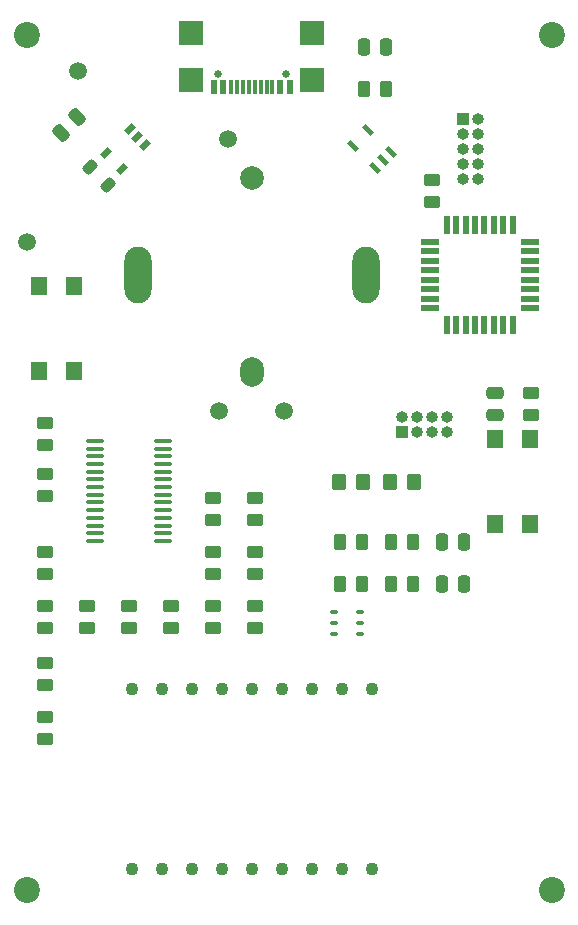
<source format=gts>
%TF.GenerationSoftware,KiCad,Pcbnew,(6.0.2)*%
%TF.CreationDate,2022-04-01T16:02:15+02:00*%
%TF.ProjectId,rotarykeyboard,726f7461-7279-46b6-9579-626f6172642e,rev?*%
%TF.SameCoordinates,Original*%
%TF.FileFunction,Soldermask,Top*%
%TF.FilePolarity,Negative*%
%FSLAX46Y46*%
G04 Gerber Fmt 4.6, Leading zero omitted, Abs format (unit mm)*
G04 Created by KiCad (PCBNEW (6.0.2)) date 2022-04-01 16:02:15*
%MOMM*%
%LPD*%
G01*
G04 APERTURE LIST*
G04 Aperture macros list*
%AMRoundRect*
0 Rectangle with rounded corners*
0 $1 Rounding radius*
0 $2 $3 $4 $5 $6 $7 $8 $9 X,Y pos of 4 corners*
0 Add a 4 corners polygon primitive as box body*
4,1,4,$2,$3,$4,$5,$6,$7,$8,$9,$2,$3,0*
0 Add four circle primitives for the rounded corners*
1,1,$1+$1,$2,$3*
1,1,$1+$1,$4,$5*
1,1,$1+$1,$6,$7*
1,1,$1+$1,$8,$9*
0 Add four rect primitives between the rounded corners*
20,1,$1+$1,$2,$3,$4,$5,0*
20,1,$1+$1,$4,$5,$6,$7,0*
20,1,$1+$1,$6,$7,$8,$9,0*
20,1,$1+$1,$8,$9,$2,$3,0*%
%AMRotRect*
0 Rectangle, with rotation*
0 The origin of the aperture is its center*
0 $1 length*
0 $2 width*
0 $3 Rotation angle, in degrees counterclockwise*
0 Add horizontal line*
21,1,$1,$2,0,0,$3*%
G04 Aperture macros list end*
%ADD10RoundRect,0.250000X-0.450000X0.262500X-0.450000X-0.262500X0.450000X-0.262500X0.450000X0.262500X0*%
%ADD11RoundRect,0.250000X-0.475000X0.250000X-0.475000X-0.250000X0.475000X-0.250000X0.475000X0.250000X0*%
%ADD12RoundRect,0.250000X-0.250000X-0.475000X0.250000X-0.475000X0.250000X0.475000X-0.250000X0.475000X0*%
%ADD13C,0.660400*%
%ADD14R,0.609600X1.143000*%
%ADD15R,0.304800X1.143000*%
%ADD16R,2.159000X2.006600*%
%ADD17C,1.500000*%
%ADD18RoundRect,0.218750X0.424264X0.114905X0.114905X0.424264X-0.424264X-0.114905X-0.114905X-0.424264X0*%
%ADD19RoundRect,0.250000X0.159099X-0.512652X0.512652X-0.159099X-0.159099X0.512652X-0.512652X0.159099X0*%
%ADD20C,2.200000*%
%ADD21C,2.000000*%
%ADD22O,2.300000X4.800000*%
%ADD23O,2.000000X2.500000*%
%ADD24RoundRect,0.250000X-0.262500X-0.450000X0.262500X-0.450000X0.262500X0.450000X-0.262500X0.450000X0*%
%ADD25R,1.000000X1.000000*%
%ADD26O,1.000000X1.000000*%
%ADD27RoundRect,0.250000X0.350000X0.450000X-0.350000X0.450000X-0.350000X-0.450000X0.350000X-0.450000X0*%
%ADD28RotRect,0.914400X0.508000X225.000000*%
%ADD29C,1.100000*%
%ADD30R,1.400000X1.600000*%
%ADD31RoundRect,0.100000X-0.200000X0.100000X-0.200000X-0.100000X0.200000X-0.100000X0.200000X0.100000X0*%
%ADD32RoundRect,0.100000X-0.637500X-0.100000X0.637500X-0.100000X0.637500X0.100000X-0.637500X0.100000X0*%
%ADD33RotRect,1.003300X0.406400X315.000000*%
%ADD34R,0.550000X1.600000*%
%ADD35R,1.600000X0.550000*%
G04 APERTURE END LIST*
D10*
%TO.C,R205*%
X63754000Y-73509500D03*
X63754000Y-75334500D03*
%TD*%
D11*
%TO.C,C108*%
X101854000Y-70932000D03*
X101854000Y-72832000D03*
%TD*%
D10*
%TO.C,R214*%
X81542391Y-89003500D03*
X81542391Y-90828500D03*
%TD*%
D12*
%TO.C,C107*%
X97348000Y-87122000D03*
X99248000Y-87122000D03*
%TD*%
D13*
%TO.C,J301*%
X84170001Y-43943800D03*
X78389999Y-43943800D03*
D14*
X84480001Y-45018800D03*
X83680000Y-45018800D03*
D15*
X82530000Y-45018800D03*
X81530000Y-45018800D03*
X81030000Y-45018800D03*
X80030000Y-45018800D03*
D14*
X78880000Y-45018800D03*
X78080001Y-45018800D03*
D15*
X79530001Y-45018800D03*
X80529999Y-45018800D03*
X82030001Y-45018800D03*
X83029999Y-45018800D03*
D16*
X76170000Y-40513800D03*
X86390000Y-44443800D03*
X76170000Y-44443800D03*
X86390000Y-40513800D03*
%TD*%
D17*
%TO.C,GND*%
X66548000Y-43688000D03*
%TD*%
D18*
%TO.C,L301*%
X69077301Y-53329301D03*
X67574699Y-51826699D03*
%TD*%
D19*
%TO.C,C303*%
X65114249Y-48931751D03*
X66457751Y-47588249D03*
%TD*%
D10*
%TO.C,R209*%
X67310000Y-89003500D03*
X67310000Y-90828500D03*
%TD*%
D20*
%TO.C,REF\u002A\u002A*%
X106680000Y-40640000D03*
%TD*%
D10*
%TO.C,R105*%
X104902000Y-70969500D03*
X104902000Y-72794500D03*
%TD*%
%TO.C,R208*%
X63754000Y-84431500D03*
X63754000Y-86256500D03*
%TD*%
D21*
%TO.C,SW101*%
X81280000Y-52760000D03*
D22*
X71630000Y-60960000D03*
X90930000Y-60960000D03*
D23*
X81280000Y-69160000D03*
D17*
X79280000Y-49460000D03*
X84030000Y-72460000D03*
X78530000Y-72460000D03*
%TD*%
D24*
%TO.C,R101*%
X88749500Y-83566000D03*
X90574500Y-83566000D03*
%TD*%
D10*
%TO.C,R217*%
X70866000Y-89003500D03*
X70866000Y-90828500D03*
%TD*%
%TO.C,R207*%
X63754000Y-89003500D03*
X63754000Y-90828500D03*
%TD*%
D25*
%TO.C,J102*%
X99197000Y-47742000D03*
D26*
X100467000Y-47742000D03*
X99197000Y-49012000D03*
X100467000Y-49012000D03*
X99197000Y-50282000D03*
X100467000Y-50282000D03*
X99197000Y-51552000D03*
X100467000Y-51552000D03*
X99197000Y-52822000D03*
X100467000Y-52822000D03*
%TD*%
D27*
%TO.C,R202*%
X94980000Y-78486000D03*
X92980000Y-78486000D03*
%TD*%
D10*
%TO.C,R212*%
X81542391Y-84431500D03*
X81542391Y-86256500D03*
%TD*%
%TO.C,R213*%
X77986391Y-84431500D03*
X77986391Y-86256500D03*
%TD*%
D27*
%TO.C,R201*%
X90662000Y-78486000D03*
X88662000Y-78486000D03*
%TD*%
D24*
%TO.C,R301*%
X90781500Y-45212000D03*
X92606500Y-45212000D03*
%TD*%
%TO.C,R103*%
X93067500Y-83566000D03*
X94892500Y-83566000D03*
%TD*%
D28*
%TO.C,U302*%
X72264367Y-49968711D03*
X71599828Y-49304172D03*
X70935289Y-48639633D03*
X68950653Y-50606309D03*
X70297691Y-51953347D03*
%TD*%
D29*
%TO.C,U202*%
X71120000Y-111252000D03*
X73660000Y-111252000D03*
X76200000Y-111252000D03*
X78740000Y-111252000D03*
X81280000Y-111252000D03*
X83820000Y-111252000D03*
X86360000Y-111252000D03*
X88900000Y-111252000D03*
X91440000Y-111252000D03*
X91440000Y-96012000D03*
X88900000Y-96012000D03*
X86360000Y-96012000D03*
X83820000Y-96012000D03*
X81280000Y-96012000D03*
X78740000Y-96012000D03*
X76200000Y-96012000D03*
X73660000Y-96012000D03*
X71120000Y-96012000D03*
%TD*%
D30*
%TO.C,SW102*%
X66270000Y-69132000D03*
X66270000Y-61932000D03*
X63270000Y-69132000D03*
X63270000Y-61932000D03*
%TD*%
D31*
%TO.C,U201*%
X88224000Y-89474000D03*
X88224000Y-90424000D03*
X88224000Y-91374000D03*
X90424000Y-91374000D03*
X90424000Y-90424000D03*
X90424000Y-89474000D03*
%TD*%
D12*
%TO.C,C301*%
X90744000Y-41656000D03*
X92644000Y-41656000D03*
%TD*%
D10*
%TO.C,R215*%
X77986391Y-89003500D03*
X77986391Y-90828500D03*
%TD*%
%TO.C,R210*%
X81542391Y-79859500D03*
X81542391Y-81684500D03*
%TD*%
D32*
%TO.C,U203*%
X68011891Y-75023000D03*
X68011891Y-75673000D03*
X68011891Y-76323000D03*
X68011891Y-76973000D03*
X68011891Y-77623000D03*
X68011891Y-78273000D03*
X68011891Y-78923000D03*
X68011891Y-79573000D03*
X68011891Y-80223000D03*
X68011891Y-80873000D03*
X68011891Y-81523000D03*
X68011891Y-82173000D03*
X68011891Y-82823000D03*
X68011891Y-83473000D03*
X73736891Y-83473000D03*
X73736891Y-82823000D03*
X73736891Y-82173000D03*
X73736891Y-81523000D03*
X73736891Y-80873000D03*
X73736891Y-80223000D03*
X73736891Y-79573000D03*
X73736891Y-78923000D03*
X73736891Y-78273000D03*
X73736891Y-77623000D03*
X73736891Y-76973000D03*
X73736891Y-76323000D03*
X73736891Y-75673000D03*
X73736891Y-75023000D03*
%TD*%
D10*
%TO.C,R216*%
X74430391Y-89003500D03*
X74430391Y-90828500D03*
%TD*%
D24*
%TO.C,R104*%
X93067500Y-87122000D03*
X94892500Y-87122000D03*
%TD*%
D10*
%TO.C,R106*%
X96520000Y-52935500D03*
X96520000Y-54760500D03*
%TD*%
D12*
%TO.C,C106*%
X97348000Y-83566000D03*
X99248000Y-83566000D03*
%TD*%
D20*
%TO.C,REF\u002A\u002A*%
X106680000Y-113030000D03*
%TD*%
D10*
%TO.C,R204*%
X63754000Y-93829500D03*
X63754000Y-95654500D03*
%TD*%
D30*
%TO.C,SW103*%
X104878000Y-82086000D03*
X104878000Y-74886000D03*
X101878000Y-82086000D03*
X101878000Y-74886000D03*
%TD*%
D20*
%TO.C,REF\u002A\u002A*%
X62230000Y-40640000D03*
%TD*%
D24*
%TO.C,R102*%
X88749500Y-87122000D03*
X90574500Y-87122000D03*
%TD*%
D10*
%TO.C,R211*%
X77986391Y-79859500D03*
X77986391Y-81684500D03*
%TD*%
D25*
%TO.C,J101*%
X93980000Y-74285000D03*
D26*
X93980000Y-73015000D03*
X95250000Y-74285000D03*
X95250000Y-73015000D03*
X96520000Y-74285000D03*
X96520000Y-73015000D03*
X97790000Y-74285000D03*
X97790000Y-73015000D03*
%TD*%
D10*
%TO.C,R203*%
X63754000Y-98401500D03*
X63754000Y-100226500D03*
%TD*%
D17*
%TO.C,+3V3*%
X62230000Y-58166000D03*
%TD*%
D20*
%TO.C,REF\u002A\u002A*%
X62230000Y-113030000D03*
%TD*%
D33*
%TO.C,U301*%
X91155326Y-48663880D03*
X89811880Y-50007326D03*
X91724674Y-51920120D03*
X92396397Y-51248397D03*
X93068120Y-50576674D03*
%TD*%
D10*
%TO.C,R206*%
X63754000Y-77827500D03*
X63754000Y-79652500D03*
%TD*%
D34*
%TO.C,U101*%
X103384000Y-56710000D03*
X102584000Y-56710000D03*
X101784000Y-56710000D03*
X100984000Y-56710000D03*
X100184000Y-56710000D03*
X99384000Y-56710000D03*
X98584000Y-56710000D03*
X97784000Y-56710000D03*
D35*
X96334000Y-58160000D03*
X96334000Y-58960000D03*
X96334000Y-59760000D03*
X96334000Y-60560000D03*
X96334000Y-61360000D03*
X96334000Y-62160000D03*
X96334000Y-62960000D03*
X96334000Y-63760000D03*
D34*
X97784000Y-65210000D03*
X98584000Y-65210000D03*
X99384000Y-65210000D03*
X100184000Y-65210000D03*
X100984000Y-65210000D03*
X101784000Y-65210000D03*
X102584000Y-65210000D03*
X103384000Y-65210000D03*
D35*
X104834000Y-63760000D03*
X104834000Y-62960000D03*
X104834000Y-62160000D03*
X104834000Y-61360000D03*
X104834000Y-60560000D03*
X104834000Y-59760000D03*
X104834000Y-58960000D03*
X104834000Y-58160000D03*
%TD*%
M02*

</source>
